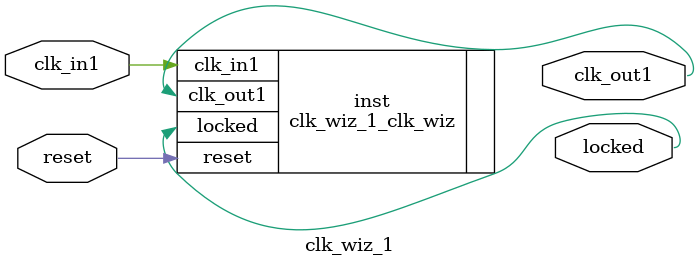
<source format=v>


`timescale 1ps/1ps

(* CORE_GENERATION_INFO = "clk_wiz_1,clk_wiz_v6_0_1_0_0,{component_name=clk_wiz_1,use_phase_alignment=true,use_min_o_jitter=false,use_max_i_jitter=false,use_dyn_phase_shift=false,use_inclk_switchover=false,use_dyn_reconfig=false,enable_axi=0,feedback_source=FDBK_AUTO,PRIMITIVE=MMCM,num_out_clk=1,clkin1_period=5.000,clkin2_period=10.0,use_power_down=false,use_reset=true,use_locked=true,use_inclk_stopped=false,feedback_type=SINGLE,CLOCK_MGR_TYPE=NA,manual_override=false}" *)

module clk_wiz_1 
 (
  // Clock out ports
  output        clk_out1,
  // Status and control signals
  input         reset,
  output        locked,
 // Clock in ports
  input         clk_in1
 );

  clk_wiz_1_clk_wiz inst
  (
  // Clock out ports  
  .clk_out1(clk_out1),
  // Status and control signals               
  .reset(reset), 
  .locked(locked),
 // Clock in ports
  .clk_in1(clk_in1)
  );

endmodule

</source>
